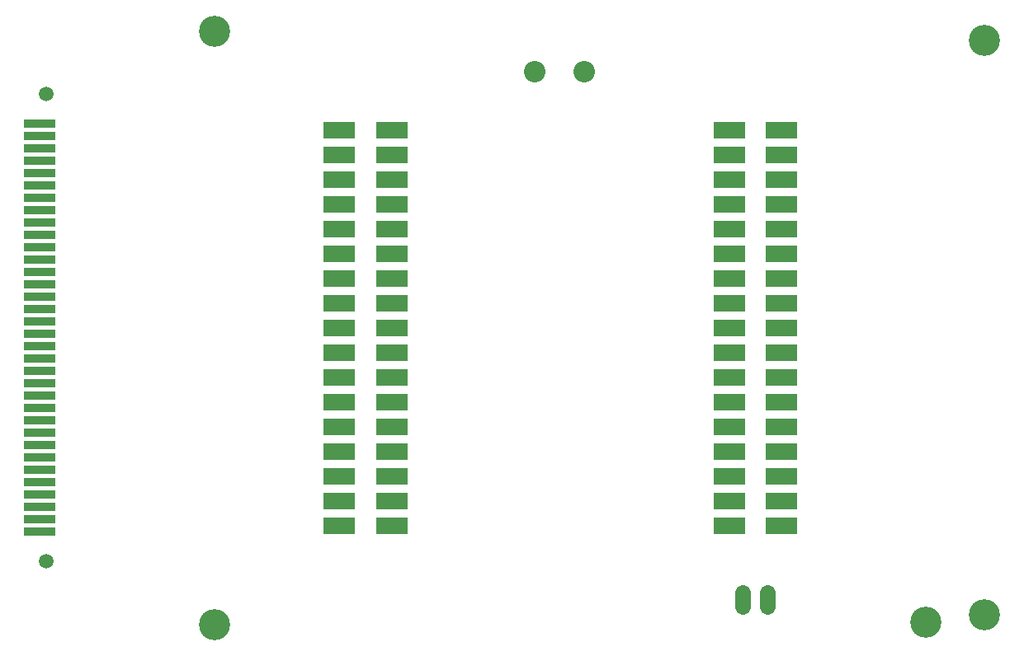
<source format=gbr>
G04 EAGLE Gerber RS-274X export*
G75*
%MOMM*%
%FSLAX34Y34*%
%LPD*%
%INSoldermask Top*%
%IPPOS*%
%AMOC8*
5,1,8,0,0,1.08239X$1,22.5*%
G01*
%ADD10R,3.303200X1.703200*%
%ADD11C,1.503200*%
%ADD12C,3.203200*%
%ADD13R,3.203200X0.953200*%
%ADD14C,1.625600*%
%ADD15C,2.203200*%


D10*
X377000Y151800D03*
X377000Y177200D03*
X377000Y202600D03*
X377000Y228000D03*
X377000Y253400D03*
X377000Y278800D03*
X377000Y304200D03*
X377000Y329600D03*
X377000Y355000D03*
X377000Y380400D03*
X377000Y405800D03*
X377000Y431200D03*
X377000Y456600D03*
X377000Y482000D03*
X377000Y507400D03*
X377000Y532800D03*
X377000Y558200D03*
X323000Y151800D03*
X323000Y177200D03*
X323000Y202600D03*
X323000Y228000D03*
X323000Y253400D03*
X323000Y278800D03*
X323000Y304200D03*
X323000Y329600D03*
X323000Y355000D03*
X323000Y380400D03*
X323000Y405800D03*
X323000Y431200D03*
X323000Y456600D03*
X323000Y482000D03*
X323000Y507400D03*
X323000Y532800D03*
X323000Y558200D03*
X777000Y151800D03*
X777000Y177200D03*
X777000Y202600D03*
X777000Y228000D03*
X777000Y253400D03*
X777000Y278800D03*
X777000Y304200D03*
X777000Y329600D03*
X777000Y355000D03*
X777000Y380400D03*
X777000Y405800D03*
X777000Y431200D03*
X777000Y456600D03*
X777000Y482000D03*
X777000Y507400D03*
X777000Y532800D03*
X777000Y558200D03*
X723000Y151800D03*
X723000Y177200D03*
X723000Y202600D03*
X723000Y228000D03*
X723000Y253400D03*
X723000Y278800D03*
X723000Y304200D03*
X723000Y329600D03*
X723000Y355000D03*
X723000Y380400D03*
X723000Y405800D03*
X723000Y431200D03*
X723000Y456600D03*
X723000Y482000D03*
X723000Y507400D03*
X723000Y532800D03*
X723000Y558200D03*
D11*
X22500Y115000D03*
X22500Y595000D03*
D12*
X195000Y660000D03*
X195000Y50000D03*
X925000Y52500D03*
D13*
X16000Y145500D03*
X16000Y158200D03*
X16000Y170900D03*
X16000Y183600D03*
X16000Y196300D03*
X16000Y209000D03*
X16000Y221700D03*
X16000Y234400D03*
X16000Y247100D03*
X16000Y259800D03*
X16000Y272500D03*
X16000Y285200D03*
X16000Y297900D03*
X16000Y310600D03*
X16000Y323300D03*
X16000Y336000D03*
X16000Y348700D03*
X16000Y361400D03*
X16000Y374100D03*
X16000Y386800D03*
X16000Y399500D03*
X16000Y412200D03*
X16000Y424900D03*
X16000Y437600D03*
X16000Y450300D03*
X16000Y463000D03*
X16000Y475700D03*
X16000Y488400D03*
X16000Y501100D03*
X16000Y513800D03*
X16000Y526500D03*
X16000Y539200D03*
X16000Y551900D03*
X16000Y564600D03*
D12*
X985000Y60000D03*
X985000Y650000D03*
D14*
X762000Y83312D02*
X762000Y69088D01*
X736600Y69088D02*
X736600Y83312D01*
D15*
X574251Y618240D03*
X523451Y618240D03*
M02*

</source>
